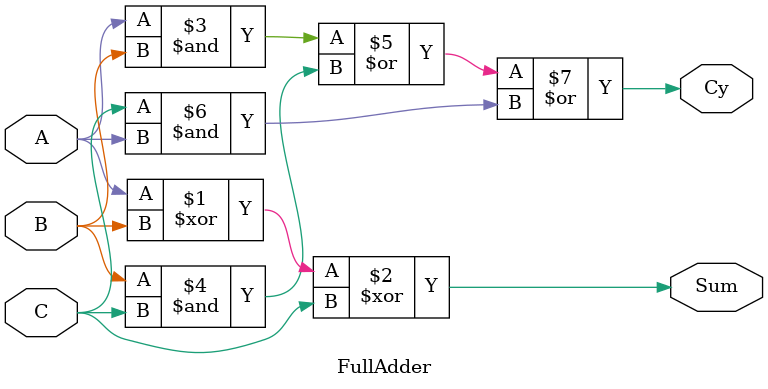
<source format=v>
`timescale 1ns / 1ps


module FullAdder(A,B,C,Sum,Cy);
input A,B,C;
output Sum, Cy;

// option-1: structural 
assign Sum = A^B^C;
assign Cy = (A&B)|(B&C)|(C&A);

//---------------------------------
// option-2: behavioral
// assign {Cy, Sum} = A+B+C;

endmodule

</source>
